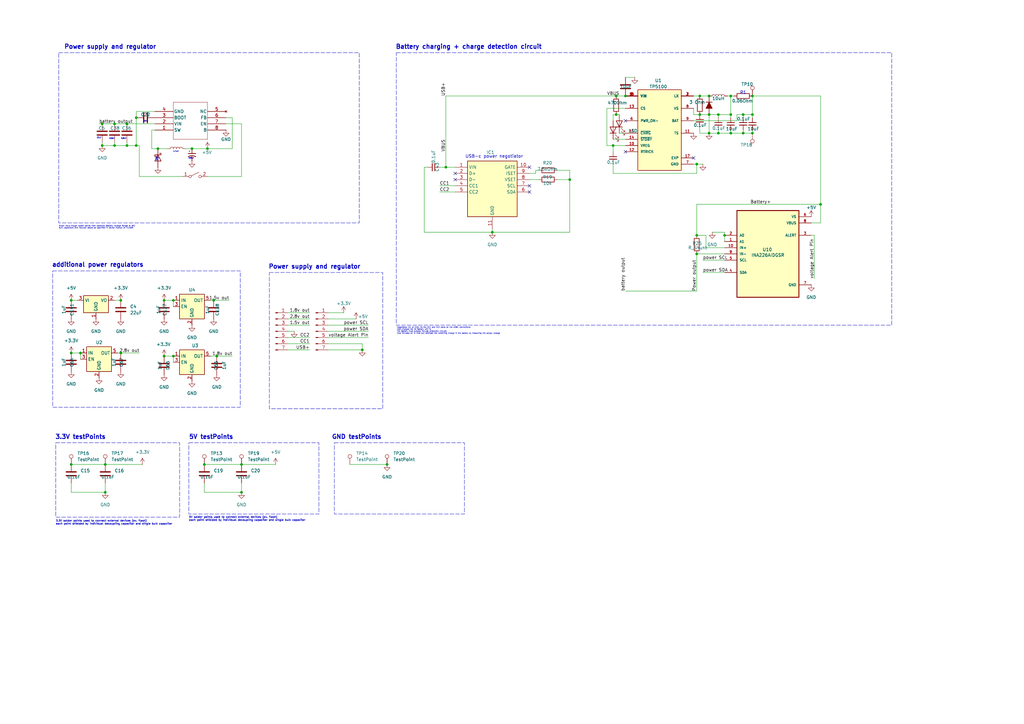
<source format=kicad_sch>
(kicad_sch (version 20250114) (generator "eeschema") (generator_version "9.0")
  (paper "A3")
  (title_block (title "powerPCB") (date "2025-03-2") (company "merged.camera"))
  (rectangle (start 110.49 111.76) (end 156.972 167.64) (stroke (width 0) (type dash)))
  (rectangle (start 162.56 21.59) (end 365.76 133.35) (stroke (width 0) (type dash)))
  (rectangle (start 137.16 181.61) (end 190.5 210.82) (stroke (width 0) (type dash)))
  (rectangle (start 24.13 21.59) (end 147.32 91.44) (stroke (width 0) (type dash)))
  (rectangle (start 21.59 111.125) (end 98.552 167.005) (stroke (width 0) (type dash)))
  (rectangle (start 77.47 181.61) (end 130.81 210.82) (stroke (width 0) (type dash)))
  (rectangle (start 22.86 181.61) (end 73.66 212.09) (stroke (width 0) (type dash)))
  (text "60v\n5A" (at 64.516 65.278 0) (effects (font (size 0.508 0.508))))
  (text "10nF" (at 59.69 49.784 0) (effects (font (size 0.508 0.508))))
  (text "6.8uF" (at 50.8 56.896 0) (effects (font (size 0.508 0.508))))
  (text "R1\n" (at 304.8 38.1 0) (effects (font (size 1.27 1.27))))
  (text "5V testPoints\n" (at 86.614 179.324 0) (effects (font (size 1.778 1.778) (thickness 0.3556) (bold yes))))
  (text "Negotiates 12v at 2.5A via the CC1 and CC2 ports on the USBC connections\nthen charges the 2s Battery with it.\nThe Battery must already include protection circuits\nAlso includes an IC that can esitmate the remaining charge in the battery by messuring the output voltage\n" (at 162.814 135.636 0) (effects (font (size 0.508 0.508) (thickness 0.0635)) (justify left)))
  (text "GND testPoints\n" (at 146.304 179.324 0) (effects (font (size 1.778 1.778) (thickness 0.3556) (bold yes))))
  (text "4.7uH\n" (at 72.136 62.23 0) (effects (font (size 0.508 0.508))))
  (text "6.8uF" (at 45.974 56.896 0) (effects (font (size 0.508 0.508))))
  (text "3.3V testPoints" (at 33.02 179.324 0) (effects (font (size 1.778 1.778) (thickness 0.3556) (bold yes))))
  (text "22uF" (at 40.64 56.642 0) (effects (font (size 0.508 0.508))))
  (text "USB-c power negotiator\n" (at 202.692 64.262 0) (effects (font (size 1.27 1.27))))
  (text "Power input though solder points from batteries (Battery Voltage Range: 6-9V)\nBulk capacitors and Inductor added as specified in device manual of XL1509" (at 24.13 93.218 0) (effects (font (size 0.508 0.508) (thickness 0.0635)) (justify left)))
  (text "3.3V solder points used to connect external devices (ex. flash)\neach point shielded by individual decoupling capacitor and single bulk capacitor" (at 22.86 214.376 0) (effects (font (size 0.762 0.762)) (justify left)))
  (text "additional power regulators" (at 40.132 108.712 0) (effects (font (size 1.778 1.778) (thickness 0.3556) (bold yes))))
  (text "180uF\n" (at 78.486 65.024 0) (effects (font (size 0.508 0.508))))
  (text "Battery charging + charge detection circuit" (at 192.278 19.304 0) (effects (font (size 1.778 1.778) (thickness 0.3556) (bold yes))))
  (text "5V solder points used to connect external devices (ex. flash)\neach point shielded by individual decoupling capacitor and single bulk capacitor" (at 77.47 212.852 0) (effects (font (size 0.762 0.762)) (justify left)))
  (text "Power supply and regulator" (at 45.212 19.304 0) (effects (font (size 1.778 1.778) (thickness 0.3556) (bold yes))))
  (text "Power supply and regulator" (at 129.032 109.474 0) (effects (font (size 1.778 1.778) (thickness 0.3556) (bold yes))))
  (junction (at 88.9 146.05))
  (junction (at 294.64 54.61))
  (junction (at 287.02 39.37))
  (junction (at 158.75 190.5))
  (junction (at 290.83 54.61))
  (junction (at 55.88 48.26))
  (junction (at 308.61 46.99))
  (junction (at 87.63 123.19))
  (junction (at 299.72 46.99))
  (junction (at 49.53 123.19))
  (junction (at 336.55 83.82))
  (junction (at 49.53 144.78))
  (junction (at 308.61 54.61))
  (junction (at 304.8 46.99))
  (junction (at 71.12 146.05))
  (junction (at 290.83 39.37))
  (junction (at 285.75 67.31))
  (junction (at 64.77 60.96))
  (junction (at 33.02 144.78))
  (junction (at 71.12 123.19))
  (junction (at 99.06 201.93))
  (junction (at 304.8 54.61))
  (junction (at 46.99 59.69))
  (junction (at 308.61 39.37))
  (junction (at 299.72 39.37))
  (junction (at 43.18 201.93))
  (junction (at 52.07 59.69))
  (junction (at 201.93 95.25))
  (junction (at 233.68 73.66))
  (junction (at 29.21 123.19))
  (junction (at 29.21 144.78))
  (junction (at 287.02 46.99))
  (junction (at 290.83 46.99))
  (junction (at 43.18 190.5))
  (junction (at 67.31 123.19))
  (junction (at 83.82 190.5))
  (junction (at 67.31 146.05))
  (junction (at 256.54 39.37))
  (junction (at 85.09 60.96))
  (junction (at 182.88 68.58))
  (junction (at 252.73 39.37))
  (junction (at 148.59 143.51))
  (junction (at 29.21 190.5))
  (junction (at 297.18 96.52))
  (junction (at 55.88 59.69))
  (junction (at 251.46 59.69))
  (junction (at 285.75 96.52))
  (junction (at 294.64 46.99))
  (junction (at 252.73 46.99))
  (junction (at 99.06 190.5))
  (junction (at 285.75 104.14))
  (junction (at 41.91 59.69))
  (junction (at 46.99 50.8))
  (junction (at 299.72 54.61))
  (junction (at 78.74 60.96))
  (junction (at 41.91 50.8))
  (junction (at 52.07 50.8))
  (no_connect (at 186.69 73.66))
  (no_connect (at 284.48 64.77))
  (no_connect (at 186.69 71.12))
  (no_connect (at 217.17 76.2))
  (no_connect (at 217.17 68.58))
  (no_connect (at 217.17 78.74))
  (no_connect (at 256.54 62.23))
  (no_connect (at 256.54 49.53))
  (wire (pts (xy 99.06 50.8) (xy 99.06 72.39)))
  (wire (pts (xy 52.07 50.8) (xy 63.5 50.8)))
  (wire (pts (xy 134.62 143.51) (xy 148.59 143.51)))
  (wire (pts (xy 67.31 123.19) (xy 71.12 123.19)))
  (wire (pts (xy 48.26 144.78) (xy 49.53 144.78)))
  (wire (pts (xy 143.51 190.5) (xy 158.75 190.5)))
  (wire (pts (xy 33.02 144.78) (xy 33.02 147.32)))
  (wire (pts (xy 55.88 45.72) (xy 63.5 45.72)))
  (wire (pts (xy 251.46 71.12) (xy 285.75 71.12)))
  (wire (pts (xy 85.09 60.96) (xy 95.25 60.96)))
  (wire (pts (xy 251.46 46.99) (xy 252.73 46.99)))
  (wire (pts (xy 252.73 39.37) (xy 256.54 39.37)))
  (wire (pts (xy 86.36 146.05) (xy 88.9 146.05)))
  (wire (pts (xy 43.18 198.12) (xy 43.18 201.93)))
  (wire (pts (xy 99.06 198.12) (xy 99.06 201.93)))
  (wire (pts (xy 173.99 68.58) (xy 173.99 95.25)))
  (wire (pts (xy 294.64 46.99) (xy 294.64 48.26)))
  (wire (pts (xy 285.75 67.31) (xy 285.75 71.12)))
  (wire (pts (xy 299.72 39.37) (xy 300.99 39.37)))
  (wire (pts (xy 219.71 71.12) (xy 219.71 69.85)))
  (wire (pts (xy 41.91 58.42) (xy 41.91 59.69)))
  (wire (pts (xy 118.11 135.89) (xy 120.65 135.89)))
  (wire (pts (xy 308.61 39.37) (xy 308.61 46.99)))
  (wire (pts (xy 304.8 46.99) (xy 302.26 46.99)))
  (wire (pts (xy 182.88 68.58) (xy 180.34 68.58)))
  (wire (pts (xy 127 140.97) (xy 118.11 140.97)))
  (wire (pts (xy 41.91 59.69) (xy 46.99 59.69)))
  (wire (pts (xy 288.29 111.76) (xy 297.18 111.76)))
  (wire (pts (xy 251.46 49.53) (xy 251.46 46.99)))
  (wire (pts (xy 308.61 39.37) (xy 336.55 39.37)))
  (wire (pts (xy 86.36 123.19) (xy 87.63 123.19)))
  (wire (pts (xy 302.26 46.99) (xy 302.26 49.53)))
  (wire (pts (xy 287.02 52.07) (xy 287.02 54.61)))
  (wire (pts (xy 55.88 59.69) (xy 52.07 59.69)))
  (wire (pts (xy 92.71 48.26) (xy 95.25 48.26)))
  (wire (pts (xy 57.15 72.39) (xy 57.15 59.69)))
  (wire (pts (xy 260.35 31.75) (xy 256.54 31.75)))
  (wire (pts (xy 83.82 190.5) (xy 99.06 190.5)))
  (wire (pts (xy 134.62 140.97) (xy 148.59 140.97)))
  (wire (pts (xy 134.62 130.81) (xy 146.05 130.81)))
  (wire (pts (xy 43.18 190.5) (xy 58.42 190.5)))
  (wire (pts (xy 288.29 67.31) (xy 285.75 67.31)))
  (wire (pts (xy 334.01 96.52) (xy 332.74 96.52)))
  (wire (pts (xy 62.23 53.34) (xy 62.23 60.96)))
  (wire (pts (xy 287.02 46.99) (xy 290.83 46.99)))
  (wire (pts (xy 49.53 144.78) (xy 57.15 144.78)))
  (wire (pts (xy 285.75 119.38) (xy 285.75 104.14)))
  (wire (pts (xy 289.56 96.52) (xy 285.75 96.52)))
  (wire (pts (xy 304.8 46.99) (xy 308.61 46.99)))
  (wire (pts (xy 182.88 39.37) (xy 252.73 39.37)))
  (wire (pts (xy 233.68 69.85) (xy 233.68 73.66)))
  (wire (pts (xy 67.31 146.05) (xy 71.12 146.05)))
  (wire (pts (xy 289.56 96.52) (xy 289.56 101.6)))
  (wire (pts (xy 292.1 95.25) (xy 297.18 95.25)))
  (wire (pts (xy 298.45 39.37) (xy 299.72 39.37)))
  (wire (pts (xy 308.61 46.99) (xy 308.61 48.26)))
  (wire (pts (xy 148.59 140.97) (xy 148.59 143.51)))
  (wire (pts (xy 251.46 57.15) (xy 256.54 57.15)))
  (wire (pts (xy 304.8 46.99) (xy 304.8 48.26)))
  (wire (pts (xy 233.68 73.66) (xy 233.68 95.25)))
  (wire (pts (xy 252.73 46.99) (xy 254 46.99)))
  (wire (pts (xy 62.23 53.34) (xy 63.5 53.34)))
  (wire (pts (xy 332.74 91.44) (xy 336.55 91.44)))
  (wire (pts (xy 173.99 68.58) (xy 175.26 68.58)))
  (wire (pts (xy 127 143.51) (xy 118.11 143.51)))
  (wire (pts (xy 285.75 104.14) (xy 297.18 104.14)))
  (wire (pts (xy 46.99 123.19) (xy 49.53 123.19)))
  (wire (pts (xy 297.18 96.52) (xy 297.18 99.06)))
  (wire (pts (xy 220.98 73.66) (xy 217.17 73.66)))
  (wire (pts (xy 299.72 53.34) (xy 299.72 54.61)))
  (wire (pts (xy 251.46 59.69) (xy 248.92 59.69)))
  (wire (pts (xy 284.48 46.99) (xy 287.02 46.99)))
  (wire (pts (xy 256.54 59.69) (xy 251.46 59.69)))
  (wire (pts (xy 76.2 60.96) (xy 78.74 60.96)))
  (wire (pts (xy 88.9 146.05) (xy 95.25 146.05)))
  (wire (pts (xy 29.21 198.12) (xy 29.21 201.93)))
  (wire (pts (xy 294.64 53.34) (xy 294.64 54.61)))
  (wire (pts (xy 248.92 59.69) (xy 248.92 44.45)))
  (wire (pts (xy 29.21 190.5) (xy 43.18 190.5)))
  (wire (pts (xy 92.71 50.8) (xy 99.06 50.8)))
  (wire (pts (xy 46.99 50.8) (xy 52.07 50.8)))
  (wire (pts (xy 287.02 39.37) (xy 290.83 39.37)))
  (wire (pts (xy 182.88 68.58) (xy 186.69 68.58)))
  (wire (pts (xy 87.63 123.19) (xy 93.98 123.19)))
  (wire (pts (xy 284.48 39.37) (xy 287.02 39.37)))
  (wire (pts (xy 304.8 53.34) (xy 304.8 54.61)))
  (wire (pts (xy 180.34 78.74) (xy 186.69 78.74)))
  (wire (pts (xy 297.18 95.25) (xy 297.18 96.52)))
  (wire (pts (xy 127 133.35) (xy 118.11 133.35)))
  (wire (pts (xy 29.21 201.93) (xy 43.18 201.93)))
  (wire (pts (xy 251.46 71.12) (xy 251.46 67.31)))
  (wire (pts (xy 173.99 95.25) (xy 201.93 95.25)))
  (wire (pts (xy 62.23 60.96) (xy 64.77 60.96)))
  (wire (pts (xy 29.21 144.78) (xy 33.02 144.78)))
  (wire (pts (xy 256.54 119.38) (xy 285.75 119.38)))
  (wire (pts (xy 99.06 201.93) (xy 83.82 201.93)))
  (wire (pts (xy 29.21 123.19) (xy 31.75 123.19)))
  (wire (pts (xy 201.93 95.25) (xy 233.68 95.25)))
  (wire (pts (xy 83.82 198.12) (xy 83.82 201.93)))
  (wire (pts (xy 219.71 69.85) (xy 220.98 69.85)))
  (wire (pts (xy 201.93 93.98) (xy 201.93 95.25)))
  (wire (pts (xy 308.61 53.34) (xy 308.61 54.61)))
  (wire (pts (xy 254 54.61) (xy 256.54 54.61)))
  (wire (pts (xy 290.83 46.99) (xy 290.83 54.61)))
  (wire (pts (xy 95.25 60.96) (xy 95.25 48.26)))
  (wire (pts (xy 182.88 39.37) (xy 182.88 68.58)))
  (wire (pts (xy 336.55 91.44) (xy 336.55 83.82)))
  (wire (pts (xy 334.01 114.3) (xy 334.01 96.52)))
  (wire (pts (xy 55.88 48.26) (xy 55.88 59.69)))
  (wire (pts (xy 299.72 54.61) (xy 304.8 54.61)))
  (wire (pts (xy 228.6 69.85) (xy 233.68 69.85)))
  (wire (pts (xy 285.75 83.82) (xy 336.55 83.82)))
  (wire (pts (xy 288.29 106.68) (xy 297.18 106.68)))
  (wire (pts (xy 40.64 50.8) (xy 41.91 50.8)))
  (wire (pts (xy 304.8 54.61) (xy 308.61 54.61)))
  (wire (pts (xy 71.12 123.19) (xy 71.12 125.73)))
  (wire (pts (xy 127 128.27) (xy 118.11 128.27)))
  (wire (pts (xy 71.12 146.05) (xy 71.12 148.59)))
  (wire (pts (xy 299.72 46.99) (xy 299.72 48.26)))
  (wire (pts (xy 217.17 71.12) (xy 219.71 71.12)))
  (wire (pts (xy 127 130.81) (xy 118.11 130.81)))
  (wire (pts (xy 285.75 67.31) (xy 284.48 67.31)))
  (wire (pts (xy 294.64 54.61) (xy 299.72 54.61)))
  (wire (pts (xy 336.55 39.37) (xy 336.55 83.82)))
  (wire (pts (xy 228.6 73.66) (xy 233.68 73.66)))
  (wire (pts (xy 299.72 39.37) (xy 299.72 46.99)))
  (wire (pts (xy 151.13 133.35) (xy 134.62 133.35)))
  (wire (pts (xy 140.97 128.27) (xy 134.62 128.27)))
  (wire (pts (xy 127 138.43) (xy 118.11 138.43)))
  (wire (pts (xy 285.75 83.82) (xy 285.75 96.52)))
  (wire (pts (xy 302.26 49.53) (xy 284.48 49.53)))
  (wire (pts (xy 57.15 59.69) (xy 55.88 59.69)))
  (wire (pts (xy 46.99 59.69) (xy 52.07 59.69)))
  (wire (pts (xy 52.07 58.42) (xy 52.07 59.69)))
  (wire (pts (xy 46.99 58.42) (xy 46.99 59.69)))
  (wire (pts (xy 251.46 62.23) (xy 251.46 59.69)))
  (wire (pts (xy 78.74 60.96) (xy 85.09 60.96)))
  (wire (pts (xy 55.88 45.72) (xy 55.88 48.26)))
  (wire (pts (xy 290.83 46.99) (xy 294.64 46.99)))
  (wire (pts (xy 180.34 76.2) (xy 186.69 76.2)))
  (wire (pts (xy 294.64 46.99) (xy 299.72 46.99)))
  (wire (pts (xy 290.83 54.61) (xy 294.64 54.61)))
  (wire (pts (xy 151.13 138.43) (xy 134.62 138.43)))
  (wire (pts (xy 57.15 72.39) (xy 74.93 72.39)))
  (wire (pts (xy 99.06 190.5) (xy 113.03 190.5)))
  (wire (pts (xy 41.91 50.8) (xy 46.99 50.8)))
  (wire (pts (xy 284.48 46.99) (xy 284.48 44.45)))
  (wire (pts (xy 64.77 60.96) (xy 68.58 60.96)))
  (wire (pts (xy 151.13 135.89) (xy 134.62 135.89)))
  (wire (pts (xy 85.09 72.39) (xy 99.06 72.39)))
  (wire (pts (xy 248.92 44.45) (xy 256.54 44.45)))
  (wire (pts (xy 297.18 101.6) (xy 289.56 101.6)))
  (wire (pts (xy 287.02 54.61) (xy 290.83 54.61)))
  (label "power SDA" (at 151.13 135.89 180))
  (label "power SCL" (at 288.29 106.68 0))
  (label "1.5v out" (at 93.98 123.19 180))
  (label "battery output" (at 256.54 119.38 90))
  (label "VBUS" (at 248.92 39.37 0))
  (label "Power output" (at 285.75 119.38 90))
  (label "voltage Alert Pin" (at 151.13 138.43 180))
  (label "CC1" (at 180.34 76.2 0))
  (label "1.8v out" (at 95.25 146.05 180))
  (label "power SCL" (at 151.13 133.35 180))
  (label "USB+" (at 182.88 39.37 90))
  (label "1.8v out" (at 127 128.27 180))
  (label "2.8v out" (at 57.15 144.78 180))
  (label "2.8v out" (at 127 130.81 180))
  (label "voltage Alert Pin" (at 334.01 114.3 90))
  (label "Battery+" (at 316.23 83.82 180))
  (label "USB+" (at 127 143.51 180))
  (label "VBUS" (at 182.88 62.23 90))
  (label "CC2" (at 127 138.43 180))
  (label "battery output" (at 40.64 50.8 0))
  (label "1.5v out" (at 127 133.35 180))
  (label "CC1" (at 127 140.97 180))
  (label "CC2" (at 180.34 78.74 0))
  (label "power SDA" (at 288.29 111.76 0))
  (symbol (lib_id "Device:R") (at 252.73 43.18 0) (unit 1)
    (property "Reference" "R23" (effects (hide yes)))
    (property "Value" "470Ohm" (at 249.174 42.164 0) (effects (justify left)))
    (property "Footprint" "Resistor_SMD:R_0603_1608Metric" (effects (hide yes)))
    (property "Description" "Resistor" (effects (hide yes)))
    (property "LCSC Part #" "C114669" (effects (hide yes)))
    (property "description/value" "470ohm resistor" (effects (hide yes)))
    (property "manufacturer part #" "RC0603FR-07470RL" (effects (hide yes)))
    (property "part link" "https://www.lcsc.com/product-detail/Chip-Resistor-Surface-Mount_YAGEO-RC0603FR-07470RL_C114669.html?s_z=n_resistor" (effects (hide yes)))
    (property "supplier" "LCSC" (effects (hide yes)))
    (property "type" "SMD" (effects (hide yes)))
  )
  (symbol (lib_id "Device:C") (at 83.82 194.31 0) (unit 1)
    (property "Reference" "C19" (at 87.63 193.0399 0) (effects (justify left)))
    (property "Value" "0.1uF" (at 87.63 195.5799 0) (effects (justify right)))
    (property "Footprint" "Capacitor_SMD:C_0402_1005Metric" (effects (hide yes)))
    (property "Description" "Unpolarized capacitor, small symbol" (effects (hide yes)))
    (property "LCSC Part #" "C1525" (effects (hide yes)))
    (property "description/value" "0.1uF / decoupling cap" (effects (hide yes)))
    (property "manufacturer part #" "CL05B104KO5NNNC" (effects (hide yes)))
    (property "package/footprint" "0402" (effects (hide yes)))
    (property "part link" "https://www.lcsc.com/product-detail/Multilayer-Ceramic-Capacitors-MLCC-SMD-SMT_Samsung-Electro-Mechanics-CL05B104KO5NNNC_C1525.html?s_z=n_0.1%2520uF%2520capacitor" (effects (hide yes)))
    (property "supplier" "LCSC" (effects (hide yes)))
  )
  (symbol (lib_id "Connector:TestPoint") (at 29.21 190.5 0) (unit 1) (in_bom no)
    (property "Reference" "TP16" (at 31.75 185.9279 0) (effects (justify left)))
    (property "Value" "TestPoint" (at 31.75 188.4679 0) (effects (justify left)))
    (property "Footprint" "TestPoint:TestPoint_Pad_D2.0mm" (effects (hide yes)))
    (property "Description" "test point" (effects (hide yes)))
  )
  (symbol (lib_id "power:GND") (at 41.91 59.69 0) (unit 1)
    (property "Reference" "#PWR04" (effects (hide yes)))
    (property "Value" "GND" (at 41.91 64.77 0))
    (property "Description" "Power symbol creates a global label with name \"GND\" , ground" (effects (hide yes)))
  )
  (symbol (lib_id "power:+3.3V") (at 67.31 123.19 0) (unit 1)
    (property "Reference" "#PWR0125" (effects (hide yes)))
    (property "Value" "+3.3V" (at 67.31 118.11 0))
    (property "Description" "Power symbol creates a global label with name \"+3.3V\"" (effects (hide yes)))
  )
  (symbol (lib_id "power:+3.3V") (at 49.53 123.19 0) (unit 1)
    (property "Reference" "#PWR0246" (effects (hide yes)))
    (property "Value" "+3.3V" (at 49.53 118.11 0))
    (property "Description" "Power symbol creates a global label with name \"+3.3V\"" (effects (hide yes)))
  )
  (symbol (lib_id "power:+5V") (at 146.05 130.81 0) (unit 1)
    (property "Reference" "#PWR08" (effects (hide yes)))
    (property "Value" "+5V" (at 148.844 129.794 0))
    (property "Description" "Power symbol creates a global label with name \"+5V\"" (effects (hide yes)))
  )
  (symbol (lib_id "Device:L") (at 72.39 60.96 90) (unit 1)
    (property "Reference" "L1" (effects (hide yes)))
    (property "Value" "4.7uH inductor" (effects (hide yes)))
    (property "Footprint" "Inductor_SMD:L_APV_APH0530" (effects (hide yes)))
    (property "Description" "Inductor" (effects (hide yes)))
    (property "LCSC Part #" "C325964" (effects (hide yes)))
    (property "description/value" "4.7uH Inductor" (effects (hide yes)))
    (property "manufacturer part #" "SLO0530H4R7MTT" (effects (hide yes)))
    (property "package/footprint" "L_APV_APH0530" (effects (hide yes)))
    (property "part link" "https://www.lcsc.com/product-detail/Power-Inductors_Sunltech-Tech-SLO0530H4R7MTT_C325964.html?s_z=n_4.7uH" (effects (hide yes)))
    (property "supplier" "LCSC" (effects (hide yes)))
    (property "type" "SMD" (effects (hide yes)))
  )
  (symbol (lib_id "power:GND") (at 67.31 130.81 0) (unit 1)
    (property "Reference" "#PWR0126" (effects (hide yes)))
    (property "Value" "GND" (at 67.31 135.89 0))
    (property "Description" "Power symbol creates a global label with name \"GND\" , ground" (effects (hide yes)))
  )
  (symbol (lib_id "Device:C") (at 49.53 148.59 180) (unit 1)
    (property "Reference" "C67" (at 49.784 148.59 90))
    (property "Value" "1uF" (at 46.736 148.59 90))
    (property "Footprint" "Capacitor_SMD:C_0805_2012Metric" (effects (hide yes)))
    (property "Description" "Unpolarized capacitor, small symbol" (effects (hide yes)))
    (property "LCSC Part #" "C28323" (effects (hide yes)))
    (property "description/value" "1uF unpolarized capacitor" (effects (hide yes)))
    (property "manufacturer part #" "CL21B105KBFNNNE" (effects (hide yes)))
    (property "package/footprint" "0805" (effects (hide yes)))
    (property "part link" "https://lcsc.com/product-detail/Multilayer-Ceramic-Capacitors-MLCC-SMD-SMT_Samsung-Electro-Mechanics-CL21B105KBFNNNE_C28323.html?s_z=n_1uf" (effects (hide yes)))
    (property "supplier" "LCSC" (effects (hide yes)))
    (property "type" "SMD" (effects (hide yes)))
  )
  (symbol (lib_id "Connector:TestPoint") (at 43.18 190.5 0) (unit 1) (in_bom no)
    (property "Reference" "TP17" (at 45.72 185.9279 0) (effects (justify left)))
    (property "Value" "TestPoint" (at 45.72 188.4679 0) (effects (justify left)))
    (property "Footprint" "TestPoint:TestPoint_Pad_D2.0mm" (effects (hide yes)))
    (property "Description" "test point" (effects (hide yes)))
  )
  (symbol (lib_id "Device:R") (at 285.75 100.33 0) (mirror y) (unit 1)
    (property "Reference" "R25" (at 283.972 99.822 0) (effects (justify right)))
    (property "Value" "R_Shunt" (at 282.194 101.6 0) (effects (justify right)))
    (property "Footprint" "Resistor_SMD:R_2512_6332Metric" (effects (hide yes)))
    (property "Description" "Shunt resistor" (effects (hide yes)))
    (property "LCSC Part #" "C5375467" (effects (hide yes)))
    (property "description/value" "shunt resistor 20mOhm" (effects (hide yes)))
    (property "manufacturer part #" "Milliohm HoYLR2512-3W-20mR-1%" (effects (hide yes)))
    (property "package/footprint" "R_Shunt_Vishay_WSK2512_6332Metric_T1.19mm" (effects (hide yes)))
    (property "part link" "https://www.lcsc.com/product-detail/Current-Sense-Resistors-Shunt-Resistors_Milliohm-HoYLR2512-3W-20mR-1_C5375467.html?s_z=n_shunt" (effects (hide yes)))
    (property "supplier" "LCSC" (effects (hide yes)))
    (property "type" "SMD" (effects (hide yes)))
  )
  (symbol (lib_id "Device:D_Filled") (at 290.83 43.18 270) (unit 1)
    (property "Reference" "D5" (effects (hide yes)))
    (property "Value" "D_Filled" (effects (hide yes)))
    (property "Footprint" "Diode_SMD:D_SMA" (effects (hide yes)))
    (property "Description" "Diode, filled shape" (effects (hide yes)))
    (property "Sim.Device" "D" (effects (hide yes)))
    (property "Sim.Pins" "1=K 2=A" (effects (hide yes)))
    (property "LCSC Part #" "C8678" (effects (hide yes)))
    (property "description/value" "diode" (effects (hide yes)))
    (property "manufacturer part #" "SS34" (effects (hide yes)))
    (property "package/footprint" "D_SMA" (effects (hide yes)))
    (property "part link" "https://www.lcsc.com/product-detail/Schottky-Diodes_MDD-Microdiode-Semiconductor-SS34_C8678.html?s_z=n_ss34" (effects (hide yes)))
    (property "supplier" "LCSC" (effects (hide yes)))
    (property "type" "SMD" (effects (hide yes)))
  )
  (symbol (lib_id "Device:C_Small") (at 287.02 49.53 0) (unit 1)
    (property "Reference" "C12" (effects (hide yes)))
    (property "Value" "0.1uF" (at 284.48 51.308 0) (effects (justify left)))
    (property "Footprint" "Capacitor_SMD:C_0402_1005Metric" (effects (hide yes)))
    (property "Description" "Unpolarized capacitor, small symbol" (effects (hide yes)))
    (property "LCSC Part #" "C1525" (effects (hide yes)))
    (property "description/value" "0.1uF / decoupling ca" (effects (hide yes)))
    (property "manufacturer part #" "CL05B104KO5NNNC" (effects (hide yes)))
    (property "package/footprint" "0402" (effects (hide yes)))
    (property "part link" "https://www.lcsc.com/product-detail/Multilayer-Ceramic-Capacitors-MLCC-SMD-SMT_Samsung-Electro-Mechanics-CL05B104KO5NNNC_C1525.html?s_z=n_0.1%2520uF%2520capacitor" (effects (hide yes)))
    (property "supplier" "LCSC" (effects (hide yes)))
    (property "type" "SMD" (effects (hide yes)))
  )
  (symbol (lib_id "power:GND") (at 290.83 54.61 0) (unit 1)
    (property "Reference" "#PWR0107" (effects (hide yes)))
    (property "Value" "GND" (effects (hide yes)))
    (property "Description" "Power symbol creates a global label with name \"GND\" , ground" (effects (hide yes)))
  )
  (symbol (lib_id "Device:C") (at 41.91 54.61 0) (unit 1)
    (property "Reference" "C5" (at 40.386 52.578 0) (effects (justify left)))
    (property "Value" "22uF" (effects (hide yes)))
    (property "Footprint" "Capacitor_SMD:C_0805_2012Metric" (effects (hide yes)))
    (property "description/value" "22uF cap" (effects (hide yes)))
    (property "instructions/notes" "22uF cap" (effects (hide yes)))
    (property "manufacturer part #" "CL21A226MAYNNNE" (effects (hide yes)))
    (property "package/footprint" "0805" (effects (hide yes)))
    (property "part link" "https://lcsc.com/product-detail/Multilayer-Ceramic-Capacitors-MLCC-SMD-SMT_Samsung-Electro-Mechanics-CL21A226MAYNNNE_C602037.html?s_z=n_22uF" (effects (hide yes)))
    (property "supplier" "LCSC" (effects (hide yes)))
    (property "LCSC Part #" "C602037" (effects (hide yes)))
  )
  (symbol (lib_id "Device:C") (at 29.21 148.59 180) (unit 1)
    (property "Reference" "C64" (at 29.464 148.59 90))
    (property "Value" "1uF" (at 26.162 148.59 90))
    (property "Footprint" "Capacitor_SMD:C_0805_2012Metric" (effects (hide yes)))
    (property "Description" "Unpolarized capacitor, small symbol" (effects (hide yes)))
    (property "LCSC Part #" "C28323" (effects (hide yes)))
    (property "description/value" "1uF unpolarized capacitor" (effects (hide yes)))
    (property "manufacturer part #" "CL21B105KBFNNNE" (effects (hide yes)))
    (property "package/footprint" "0805" (effects (hide yes)))
    (property "part link" "https://lcsc.com/product-detail/Multilayer-Ceramic-Capacitors-MLCC-SMD-SMT_Samsung-Electro-Mechanics-CL21B105KBFNNNE_C28323.html?s_z=n_1uf" (effects (hide yes)))
    (property "supplier" "LCSC" (effects (hide yes)))
    (property "type" "SMD" (effects (hide yes)))
  )
  (symbol (lib_id "power:GND") (at 92.71 53.34 0) (unit 1)
    (property "Reference" "#PWR039" (effects (hide yes)))
    (property "Value" "GND" (at 92.71 57.15 0))
    (property "Description" "Power symbol creates a global label with name \"GND\" , ground" (effects (hide yes)))
  )
  (symbol (lib_id "power:GND") (at 43.18 201.93 0) (unit 1)
    (property "Reference" "#PWR06" (effects (hide yes)))
    (property "Value" "GND" (at 43.18 207.01 0))
    (property "Description" "Power symbol creates a global label with name \"GND\" , ground" (effects (hide yes)))
  )
  (symbol (lib_id "Device:C") (at 46.99 54.61 0) (unit 1)
    (property "Reference" "C38" (at 45.212 52.578 0) (effects (justify left)))
    (property "Value" "6.8uF" (effects (hide yes)))
    (property "Footprint" "Capacitor_SMD:C_0603_1608Metric" (effects (hide yes)))
    (property "Description" "Unpolarized capacitor" (effects (hide yes)))
    (property "LCSC Part #" "C338096" (effects (hide yes)))
    (property "description/value" "6.8uF" (effects (hide yes)))
    (property "manufacturer part #" "C1608X5R1A685KT000E" (effects (hide yes)))
    (property "package/footprint" "0603" (effects (hide yes)))
    (property "part link" "https://www.lcsc.com/product-detail/Multilayer-Ceramic-Capacitors-MLCC-SMD-SMT_TDK-C1608X5R1A685KT000E_C338096.html?s_z=n_6.8uf%2520capacitor" (effects (hide yes)))
    (property "supplier" "LCSC" (effects (hide yes)))
    (property "type" "SMD" (effects (hide yes)))
  )
  (symbol (lib_id "Device:C") (at 67.31 127 180) (unit 1)
    (property "Reference" "C137" (at 67.564 127 90))
    (property "Value" "1uF" (at 65.024 127 90))
    (property "Footprint" "Capacitor_SMD:C_0805_2012Metric" (effects (hide yes)))
    (property "Description" "Unpolarized capacitor, small symbol" (effects (hide yes)))
    (property "LCSC Part #" "C28323" (effects (hide yes)))
    (property "description/value" "1uF unpolarized capacitor" (effects (hide yes)))
    (property "manufacturer part #" "CL21B105KBFNNNE" (effects (hide yes)))
    (property "package/footprint" "0805" (effects (hide yes)))
    (property "part link" "https://lcsc.com/product-detail/Multilayer-Ceramic-Capacitors-MLCC-SMD-SMT_Samsung-Electro-Mechanics-CL21B105KBFNNNE_C28323.html?s_z=n_1uf" (effects (hide yes)))
    (property "supplier" "LCSC" (effects (hide yes)))
    (property "type" "SMD" (effects (hide yes)))
  )
  (symbol (lib_id "Device:LED") (at 251.46 53.34 90) (unit 1)
    (property "Reference" "D6" (effects (hide yes)))
    (property "Value" "LED" (effects (hide yes)))
    (property "Footprint" "LED_SMD:LED_0805_2012Metric" (effects (hide yes)))
    (property "Description" "Light emitting diode" (effects (hide yes)))
    (property "Sim.Pins" "1=K 2=A" (effects (hide yes)))
    (property "LCSC Part #" "C84260" (effects (hide yes)))
    (property "description/value" "green LED" (effects (hide yes)))
    (property "manufacturer part #" "NCD0805G1" (effects (hide yes)))
    (property "package/footprint" "0805" (effects (hide yes)))
    (property "part link" "https://www.lcsc.com/product-detail/LED-Indication-Discrete_Foshan-NationStar-Optoelectronics-NCD0805G1_C84260.html?s_z=n_LED%2520green" (effects (hide yes)))
    (property "supplier" "LCSC" (effects (hide yes)))
    (property "type" "SMD" (effects (hide yes)))
  )
  (symbol (lib_id "Connector:TestPoint") (at 143.51 190.5 0) (unit 1) (in_bom no)
    (property "Reference" "TP14" (at 146.05 185.9279 0) (effects (justify left)))
    (property "Value" "TestPoint" (at 146.05 188.4679 0) (effects (justify left)))
    (property "Footprint" "TestPoint:TestPoint_Pad_D2.0mm" (effects (hide yes)))
    (property "Description" "test point" (effects (hide yes)))
  )
  (symbol (lib_id "power:GND") (at 87.63 130.81 0) (unit 1)
    (property "Reference" "#PWR0128" (effects (hide yes)))
    (property "Value" "GND" (at 87.63 135.89 0))
    (property "Description" "Power symbol creates a global label with name \"GND\" , ground" (effects (hide yes)))
  )
  (symbol (lib_id "power:GND") (at 49.53 130.81 0) (unit 1)
    (property "Reference" "#PWR0245" (effects (hide yes)))
    (property "Value" "GND" (at 49.53 135.89 0))
    (property "Description" "Power symbol creates a global label with name \"GND\" , ground" (effects (hide yes)))
  )
  (symbol (lib_id "Device:L") (at 294.64 39.37 270) (mirror x) (unit 1)
    (property "Reference" "L2" (effects (hide yes)))
    (property "Value" "10uH" (at 294.64 40.386 90))
    (property "Footprint" "Inductor_SMD:L_Changjiang_FXL0630" (effects (hide yes)))
    (property "Description" "Inductor" (effects (hide yes)))
    (property "LCSC Part #" "C167223" (effects (hide yes)))
    (property "description/value" "10uH inductor" (effects (hide yes)))
    (property "manufacturer part #" "FXL0630-100-M" (effects (hide yes)))
    (property "package/footprint" "L_Changjiang_FXL0630" (effects (hide yes)))
    (property "part link" "https://www.lcsc.com/product-detail/Power-Inductors_cjiang-Changjiang-Microelectronics-Tech-FXL0630-100-M_C167223.html?s_z=n_C167223" (effects (hide yes)))
    (property "supplier" "LCSC" (effects (hide yes)))
    (property "type" "SMD" (effects (hide yes)))
  )
  (symbol (lib_id "Device:C_Small") (at 304.8 50.8 0) (unit 1)
    (property "Reference" "C40" (effects (hide yes)))
    (property "Value" "0.1uF" (at 302.26 48.768 0) (effects (justify left)))
    (property "Footprint" "Capacitor_SMD:C_0402_1005Metric" (effects (hide yes)))
    (property "Description" "Unpolarized capacitor, small symbol" (effects (hide yes)))
    (property "LCSC Part #" "C1525" (effects (hide yes)))
    (property "description/value" "0.1uF / decoupling ca" (effects (hide yes)))
    (property "manufacturer part #" "CL05B104KO5NNNC" (effects (hide yes)))
    (property "package/footprint" "0402" (effects (hide yes)))
    (property "part link" "https://www.lcsc.com/product-detail/Multilayer-Ceramic-Capacitors-MLCC-SMD-SMT_Samsung-Electro-Mechanics-CL05B104KO5NNNC_C1525.html?s_z=n_0.1%2520uF%2520capacitor" (effects (hide yes)))
    (property "supplier" "LCSC" (effects (hide yes)))
    (property "type" "SMD" (effects (hide yes)))
  )
  (symbol (lib_id "power:GND") (at 39.37 130.81 0) (unit 1)
    (property "Reference" "#PWR0247" (effects (hide yes)))
    (property "Value" "GND" (at 39.37 135.89 0))
    (property "Description" "Power symbol creates a global label with name \"GND\" , ground" (effects (hide yes)))
  )
  (symbol (lib_id "power:GND") (at 29.21 130.81 0) (unit 1)
    (property "Reference" "#PWR0244" (effects (hide yes)))
    (property "Value" "GND" (at 29.21 135.89 0))
    (property "Description" "Power symbol creates a global label with name \"GND\" , ground" (effects (hide yes)))
  )
  (symbol (lib_id "Device:C") (at 59.69 48.26 90) (unit 1)
    (property "Reference" "C22" (at 59.69 46.99 90))
    (property "Value" "10nF" (effects (hide yes)))
    (property "Footprint" "Capacitor_SMD:C_0603_1608Metric" (effects (hide yes)))
    (property "Description" "Unpolarized capacitor" (effects (hide yes)))
    (property "LCSC Part #" "C100042" (effects (hide yes)))
    (property "description/value" "10nF" (effects (hide yes)))
    (property "manufacturer part #" "CC0603KRX7R9BB103" (effects (hide yes)))
    (property "package/footprint" "0603" (effects (hide yes)))
    (property "part link" "https://www.lcsc.com/product-detail/Multilayer-Ceramic-Capacitors-MLCC-SMD-SMT_YAGEO-CC0603KRX7R9BB103_C100042.html?s_z=n_10nF%2520capacitor" (effects (hide yes)))
    (property "supplier" "LCSC" (effects (hide yes)))
    (property "type" "SMD" (effects (hide yes)))
  )
  (symbol (lib_id "HUSB238:HUSB238") (at 186.69 68.58 0) (unit 1)
    (property "Reference" "IC1" (at 201.168 62.484 0))
    (property "Value" "HUSB238" (effects (hide yes)))
    (property "Footprint" "HSUB238:SON50P300X300X80-11N-D" (effects (hide yes)))
    (property "Datasheet" "https://en.hynetek.com/uploadfiles/site/219/news/4459b599-ce6b-4d92-83cc-13212cca0672.pdf" (effects (hide yes)))
    (property "Description" "USB Type-C Power Delivery Sink" (effects (hide yes)))
    (property "Height" "0.8" (effects (hide yes)))
    (property "Manufacturer_Name" "Hynetek" (effects (hide yes)))
    (property "Manufacturer_Part_Number" "HUSB238" (effects (hide yes)))
    (property "LCSC Part #" "C7471904" (effects (hide yes)))
    (property "description/value" "power negotiator" (effects (hide yes)))
    (property "manufacturer part #" "HUSB238_002DD" (effects (hide yes)))
    (property "package/footprint" "SON50P300X300X80-11N-D" (effects (hide yes)))
    (property "part link" "https://www.lcsc.com/product-detail/USB-Converters_Hynetek-HUSB238_002DD_C7471904.html?s_z=n_HUSB238" (effects (hide yes)))
    (property "supplier" "LCSC" (effects (hide yes)))
    (property "type" "SMD" (effects (hide yes)))
  )
  (symbol (lib_id "power:GND") (at 78.74 66.04 0) (unit 1)
    (property "Reference" "#PWR047" (effects (hide yes)))
    (property "Value" "GND" (effects (hide yes)))
    (property "Description" "Power symbol creates a global label with name \"GND\" , ground" (effects (hide yes)))
  )
  (symbol (lib_id "LM22678TJ-5.0:LM22678TJ-5.0_NOPB") (at 63.5 53.34 0) (mirror x) (unit 1)
    (property "Reference" "U9" (effects (hide yes)))
    (property "Value" "LM22678TJ-5.0/NOPB" (effects (hide yes)))
    (property "Footprint" "TJ7A" (effects (hide yes)))
    (property "Datasheet" "LM22678TJ-5.0/NOPB" (effects (hide yes)))
    (property "LCSC Part #" "C527397" (effects (hide yes)))
    (property "description/value" "voltage step down" (effects (hide yes)))
    (property "manufacturer part #" "LM22678TJ-5.0/NOPB" (effects (hide yes)))
    (property "package/footprint" "TO-263-7_TabPin8" (effects (hide yes)))
    (property "part link" "https://www.lcsc.com/product-detail/DC-DC-Converters_Texas-Instruments-LM22678TJ-5-0-NOPB_C527397.html?s_z=n_LM22678TJ-5.0%252FNOPB" (effects (hide yes)))
    (property "supplier" "LCSC" (effects (hide yes)))
    (property "type" "smd" (effects (hide yes)))
  )
  (symbol (lib_id "Connector:TestPoint") (at 99.06 190.5 0) (unit 1) (in_bom no)
    (property "Reference" "TP19" (at 101.6 185.9279 0) (effects (justify left)))
    (property "Value" "TestPoint" (at 101.6 188.4679 0) (effects (justify left)))
    (property "Footprint" "TestPoint:TestPoint_Pad_D2.0mm" (effects (hide yes)))
    (property "Description" "test point" (effects (hide yes)))
  )
  (symbol (lib_id "Connector:TestPoint") (at 308.61 54.61 180) (unit 1) (in_bom no)
    (property "Reference" "TP18" (at 308.61 59.436 0) (effects (justify left)))
    (property "Value" "battery testpoint" (effects (hide yes)))
    (property "Footprint" "TestPoint:TestPoint_Pad_D2.5mm" (effects (hide yes)))
    (property "Description" "test point" (effects (hide yes)))
  )
  (symbol (lib_id "Device:C") (at 88.9 149.86 0) (unit 1)
    (property "Reference" "C66" (at 88.646 149.86 90))
    (property "Value" "1uF" (at 91.948 149.86 90))
    (property "Footprint" "Capacitor_SMD:C_0805_2012Metric" (effects (hide yes)))
    (property "Description" "Unpolarized capacitor, small symbol" (effects (hide yes)))
    (property "LCSC Part #" "C28323" (effects (hide yes)))
    (property "description/value" "1uF unpolarized capacitor" (effects (hide yes)))
    (property "manufacturer part #" "CL21B105KBFNNNE" (effects (hide yes)))
    (property "package/footprint" "0805" (effects (hide yes)))
    (property "part link" "https://lcsc.com/product-detail/Multilayer-Ceramic-Capacitors-MLCC-SMD-SMT_Samsung-Electro-Mechanics-CL21B105KBFNNNE_C28323.html?s_z=n_1uf" (effects (hide yes)))
    (property "supplier" "LCSC" (effects (hide yes)))
    (property "type" "SMD" (effects (hide yes)))
  )
  (symbol (lib_id "power:GND") (at 260.35 31.75 0) (unit 1)
    (property "Reference" "#PWR0106" (effects (hide yes)))
    (property "Value" "GND" (effects (hide yes)))
    (property "Description" "Power symbol creates a global label with name \"GND\" , ground" (effects (hide yes)))
  )
  (symbol (lib_id "power:+5V") (at 29.21 123.19 0) (unit 1)
    (property "Reference" "#PWR0243" (effects (hide yes)))
    (property "Value" "+5V" (at 29.21 118.11 0))
    (property "Description" "Power symbol creates a global label with name \"+5V\"" (effects (hide yes)))
  )
  (symbol (lib_id "Device:C") (at 29.21 194.31 0) (unit 1)
    (property "Reference" "C15" (at 33.02 193.0399 0) (effects (justify left)))
    (property "Value" "0.1uF" (at 33.02 195.5799 0) (effects (justify right)))
    (property "Footprint" "Capacitor_SMD:C_0402_1005Metric" (effects (hide yes)))
    (property "Description" "Unpolarized capacitor, small symbol" (effects (hide yes)))
    (property "LCSC Part #" "C1525" (effects (hide yes)))
    (property "description/value" "0.1uF / decoupling cap" (effects (hide yes)))
    (property "manufacturer part #" "CL05B104KO5NNNC" (effects (hide yes)))
    (property "package/footprint" "0402" (effects (hide yes)))
    (property "part link" "https://www.lcsc.com/product-detail/Multilayer-Ceramic-Capacitors-MLCC-SMD-SMT_Samsung-Electro-Mechanics-CL05B104KO5NNNC_C1525.html?s_z=n_0.1%2520uF%2520capacitor" (effects (hide yes)))
    (property "supplier" "LCSC" (effects (hide yes)))
  )
  (symbol (lib_id "power:GND") (at 201.93 95.25 0) (unit 1)
    (property "Reference" "#PWR02" (effects (hide yes)))
    (property "Value" "GND" (at 201.93 100.33 0))
    (property "Description" "Power symbol creates a global label with name \"GND\" , ground" (effects (hide yes)))
  )
  (symbol (lib_id "power:GND") (at 78.74 156.21 0) (unit 1)
    (property "Reference" "#PWR0119" (effects (hide yes)))
    (property "Value" "GND" (at 78.74 161.29 0))
    (property "Description" "Power symbol creates a global label with name \"GND\" , ground" (effects (hide yes)))
  )
  (symbol (lib_id "Device:C_Small") (at 177.8 68.58 270) (unit 1)
    (property "Reference" "C43" (at 179.3177 66.548 0) (effects (justify left)))
    (property "Value" "0.1uF" (at 177.8 61.468 0) (effects (justify left)))
    (property "Footprint" "Capacitor_SMD:C_0402_1005Metric" (effects (hide yes)))
    (property "Description" "Unpolarized capacitor, small symbol" (effects (hide yes)))
    (property "LCSC Part #" "C1525" (effects (hide yes)))
    (property "description/value" "0.1uF / decoupling cap" (effects (hide yes)))
    (property "manufacturer part #" "CL05B104KO5NNNC" (effects (hide yes)))
    (property "package/footprint" "0402" (effects (hide yes)))
    (property "part link" "https://www.lcsc.com/product-detail/Multilayer-Ceramic-Capacitors-MLCC-SMD-SMT_Samsung-Electro-Mechanics-CL05B104KO5NNNC_C1525.html?s_z=n_0.1%2520uF%2520capacitor" (effects (hide yes)))
    (property "supplier" "LCSC" (effects (hide yes)))
    (property "type" "SMD" (effects (hide yes)))
  )
  (symbol (lib_id "power:GND") (at 284.48 54.61 0) (unit 1)
    (property "Reference" "#PWR0115" (effects (hide yes)))
    (property "Value" "GND" (effects (hide yes)))
    (property "Description" "Power symbol creates a global label with name \"GND\" , ground" (effects (hide yes)))
  )
  (symbol (lib_id "power:+5V") (at 85.09 60.96 0) (unit 1)
    (property "Reference" "#PWR03" (effects (hide yes)))
    (property "Value" "+5V" (at 84.836 62.484 0))
    (property "Description" "Power symbol creates a global label with name \"+5V\"" (effects (hide yes)))
  )
  (symbol (lib_id "Device:C_Small") (at 299.72 50.8 0) (unit 1)
    (property "Reference" "C39" (effects (hide yes)))
    (property "Value" "10uF" (at 297.688 52.832 0) (effects (justify left)))
    (property "Footprint" "Capacitor_SMD:C_0805_2012Metric" (effects (hide yes)))
    (property "Description" "Unpolarized capacitor, small symbol" (effects (hide yes)))
    (property "LCSC Part #" "C15850" (effects (hide yes)))
    (property "description/value" "10uF capacitor" (effects (hide yes)))
    (property "manufacturer part #" "CL21A106KAYNNNE" (effects (hide yes)))
    (property "package/footprint" "0805" (effects (hide yes)))
    (property "part link" "https://www.lcsc.com/product-detail/Multilayer-Ceramic-Capacitors-MLCC-SMD-SMT_Samsung-Electro-Mechanics-CL21A106KAYNNNE_C15850.html?s_z=n_10%2520uF%2520capacitor" (effects (hide yes)))
    (property "supplier" "LCSC" (effects (hide yes)))
    (property "type" "SMD" (effects (hide yes)))
  )
  (symbol (lib_id "INA226AIDGSR:INA226AIDGSR") (at 314.96 104.14 0) (unit 1)
    (property "Reference" "U10" (at 314.706 102.362 0))
    (property "Value" "INA226AIDGSR" (at 314.96 104.648 0))
    (property "Footprint" "ina226:SOP50P490X110-10N" (effects (hide yes)))
    (property "MF" "Texas Instruments" (effects (hide yes)))
    (property "Description_1" "36V, 16-bit, ultra-precise i2c output current/voltage/power monitor w/alert" (effects (hide yes)))
    (property "Package" "VSSOP-10 Texas Instruments" (effects (hide yes)))
    (property "Price" "None" (effects (hide yes)))
    (property "SnapEDA_Link" "https://www.snapeda.com/parts/INA226AIDGSR/Texas+Instruments/view-part/?ref=snap" (effects (hide yes)))
    (property "MP" "INA226AIDGSR" (effects (hide yes)))
    (property "Availability" "In Stock" (effects (hide yes)))
    (property "Check_prices" "https://www.snapeda.com/parts/INA226AIDGSR/Texas+Instruments/view-part/?ref=eda" (effects (hide yes)))
    (property "LCSC Part #" "C49851" (effects (hide yes)))
    (property "description/value" "voltage meter" (effects (hide yes)))
    (property "manufacturer part #" "INA226AIDGSR" (effects (hide yes)))
    (property "package/footprint" "SOP50P490X110-10N" (effects (hide yes)))
    (property "part link" "https://www.lcsc.com/product-detail/Current-Sense-Amplifiers_Texas-Instruments-INA226AIDGSR_C49851.html?s_z=n_ina226" (effects (hide yes)))
    (property "supplier" "LCSC" (effects (hide yes)))
    (property "type" "SMD" (effects (hide yes)))
  )
  (symbol (lib_id "Device:C") (at 49.53 127 0) (unit 1)
    (property "Reference" "C4" (at 53.34 125.7299 0) (effects (justify left)))
    (property "Value" "22uF" (at 53.34 128.2699 0) (effects (justify left)))
    (property "Footprint" "Capacitor_SMD:C_0805_2012Metric" (effects (hide yes)))
    (property "description/value" "22uF cap" (effects (hide yes)))
    (property "instructions/notes" "22uF cap" (effects (hide yes)))
    (property "manufacturer part #" "CL21A226MAYNNNE" (effects (hide yes)))
    (property "package/footprint" "0805" (effects (hide yes)))
    (property "part link" "https://lcsc.com/product-detail/Multilayer-Ceramic-Capacitors-MLCC-SMD-SMT_Samsung-Electro-Mechanics-CL21A226MAYNNNE_C602037.html?s_z=n_22uF" (effects (hide yes)))
    (property "supplier" "LCSC" (effects (hide yes)))
    (property "LCSC Part #" "C602037" (effects (hide yes)))
  )
  (symbol (lib_id "Device:R") (at 224.79 69.85 90) (unit 1)
    (property "Reference" "R20" (at 224.536 66.802 90))
    (property "Value" "7.5kOhm" (at 224.536 69.342 90))
    (property "Footprint" "Resistor_SMD:R_0603_1608Metric" (effects (hide yes)))
    (property "Description" "Resistor" (effects (hide yes)))
    (property "LCSC Part #" "C114634" (effects (hide yes)))
    (property "description/value" "7.5kOhm resistor" (effects (hide yes)))
    (property "manufacturer part #" "RC0603FR-077K5L" (effects (hide yes)))
    (property "package/footprint" "0603" (effects (hide yes)))
    (property "part link" "https://www.lcsc.com/product-detail/Chip-Resistor-Surface-Mount_YAGEO-RC0603FR-077K5L_C114634.html?s_z=n_7.5k" (effects (hide yes)))
    (property "supplier" "LCSC" (effects (hide yes)))
    (property "type" "SMD" (effects (hide yes)))
  )
  (symbol (lib_id "power:GND") (at 67.31 153.67 0) (unit 1)
    (property "Reference" "#PWR0118" (effects (hide yes)))
    (property "Value" "GND" (at 67.31 158.75 0))
    (property "Description" "Power symbol creates a global label with name \"GND\" , ground" (effects (hide yes)))
  )
  (symbol (lib_id "power:+3.3V") (at 29.21 144.78 0) (unit 1)
    (property "Reference" "#PWR0121" (effects (hide yes)))
    (property "Value" "+3.3V" (at 29.21 139.7 0))
    (property "Description" "Power symbol creates a global label with name \"+3.3V\"" (effects (hide yes)))
  )
  (symbol (lib_id "TP5100:TP5100") (at 274.32 52.07 0) (unit 1)
    (property "Reference" "U1" (at 270.002 33.02 0))
    (property "Value" "TP5100" (at 270.002 35.56 0))
    (property "Footprint" "TP5100:QFN65P400X400X90-17N" (effects (hide yes)))
    (property "MF" "NanJing Top Power ASIC Corp." (effects (hide yes)))
    (property "MAXIMUM_PACKAGE_HEIGHT" "0.9 mm" (effects (hide yes)))
    (property "Package" "Package" (effects (hide yes)))
    (property "Price" "None" (effects (hide yes)))
    (property "Check_prices" "https://www.snapeda.com/parts/TP5100/NanJing+Top+Power+ASIC+Corp./view-part/?ref=eda" (effects (hide yes)))
    (property "STANDARD" "IPC 7351B" (effects (hide yes)))
    (property "PARTREV" "2.3" (effects (hide yes)))
    (property "SnapEDA_Link" "https://www.snapeda.com/parts/TP5100/NanJing+Top+Power+ASIC+Corp./view-part/?ref=snap" (effects (hide yes)))
    (property "MP" "TP5100" (effects (hide yes)))
    (property "Description_1" "2A-switch buck 8.4V / 4.2V rechargeable lithium battery" (effects (hide yes)))
    (property "MANUFACTURER" "NanJing Top Power ASIC Corp." (effects (hide yes)))
    (property "Availability" "Not in stock" (effects (hide yes)))
    (property "SNAPEDA_PN" "TP5100" (effects (hide yes)))
    (property "LCSC Part #" "C379389" (effects (hide yes)))
    (property "description/value" "battery charger" (effects (hide yes)))
    (property "manufacturer part #" "TP5100" (effects (hide yes)))
    (property "part link" "https://www.lcsc.com/product-detail/Battery-Management_TOPPOWER-Nanjing-Extension-Microelectronics-TP5100_C379389.html?s_z=n_tp5100" (effects (hide yes)))
    (property "supplier" "LCSC" (effects (hide yes)))
    (property "type" "SMD" (effects (hide yes)))
  )
  (symbol (lib_id "power:GND") (at 64.77 68.58 0) (unit 1)
    (property "Reference" "#PWR044" (effects (hide yes)))
    (property "Value" "GND" (effects (hide yes)))
    (property "Description" "Power symbol creates a global label with name \"GND\" , ground" (effects (hide yes)))
  )
  (symbol (lib_id "Regulator_Linear:LP5907MFX-1.2") (at 40.64 147.32 0) (unit 1)
    (property "Reference" "U2" (at 40.64 140.462 0))
    (property "Value" "MICRONE(Nanjing Micro One Elec) ME6212C28M5G" (effects (hide yes)))
    (property "Footprint" "Package_TO_SOT_SMD:SOT-23-5" (effects (hide yes)))
    (property "Description" "Texas Instruments TLV74328PDBVR" (effects (hide yes)))
    (property "description/value" "2.8v regulator" (effects (hide yes)))
    (property "manufacturer part #" "TLV74328PDBVR" (effects (hide yes)))
    (property "package/footprint" "SOT-23-5" (effects (hide yes)))
    (property "part link" "https://lcsc.com/product-detail/Voltage-Regulators-Linear-Low-Drop-Out-LDO-Regulators_Texas-Instruments-TLV74328PDBVR_C408971.html?s_z=h_ldo" (effects (hide yes)))
    (property "supplier" "LCSC" (effects (hide yes)))
    (property "LCSC Part #" "C408971" (effects (hide yes)))
  )
  (symbol (lib_id "Device:C") (at 87.63 127 180) (unit 1)
    (property "Reference" "C138" (at 89.154 127 90))
    (property "Value" "1uF" (at 85.09 127 90))
    (property "Footprint" "Capacitor_SMD:C_0805_2012Metric" (effects (hide yes)))
    (property "Description" "Unpolarized capacitor, small symbol" (effects (hide yes)))
    (property "LCSC Part #" "C28323" (effects (hide yes)))
    (property "description/value" "1uF unpolarized capacitor" (effects (hide yes)))
    (property "manufacturer part #" "CL21B105KBFNNNE" (effects (hide yes)))
    (property "package/footprint" "0805" (effects (hide yes)))
    (property "part link" "https://lcsc.com/product-detail/Multilayer-Ceramic-Capacitors-MLCC-SMD-SMT_Samsung-Electro-Mechanics-CL21B105KBFNNNE_C28323.html?s_z=n_1uf" (effects (hide yes)))
    (property "supplier" "LCSC" (effects (hide yes)))
    (property "type" "SMD" (effects (hide yes)))
  )
  (symbol (lib_id "power:GND") (at 40.64 154.94 0) (unit 1)
    (property "Reference" "#PWR0123" (effects (hide yes)))
    (property "Value" "GND" (at 40.64 160.02 0))
    (property "Description" "Power symbol creates a global label with name \"GND\" , ground" (effects (hide yes)))
  )
  (symbol (lib_id "Connector:TestPoint") (at 158.75 190.5 0) (unit 1) (in_bom no)
    (property "Reference" "TP20" (at 161.29 185.9279 0) (effects (justify left)))
    (property "Value" "TestPoint" (at 161.29 188.4679 0) (effects (justify left)))
    (property "Footprint" "TestPoint:TestPoint_Pad_D2.0mm" (effects (hide yes)))
    (property "Description" "test point" (effects (hide yes)))
  )
  (symbol (lib_id "power:GND") (at 158.75 190.5 0) (unit 1)
    (property "Reference" "#PWR014" (effects (hide yes)))
    (property "Value" "GND" (at 158.75 195.58 0))
    (property "Description" "Power symbol creates a global label with name \"GND\" , ground" (effects (hide yes)))
  )
  (symbol (lib_id "Device:C") (at 43.18 194.31 180) (unit 1)
    (property "Reference" "C16" (at 46.99 193.0399 0) (effects (justify right)))
    (property "Value" "0.1uF" (at 46.99 195.5799 0) (effects (justify left)))
    (property "Footprint" "Capacitor_SMD:C_0402_1005Metric" (effects (hide yes)))
    (property "Description" "Unpolarized capacitor, small symbol" (effects (hide yes)))
    (property "LCSC Part #" "C1525" (effects (hide yes)))
    (property "description/value" "0.1uF / decoupling cap" (effects (hide yes)))
    (property "manufacturer part #" "CL05B104KO5NNNC" (effects (hide yes)))
    (property "package/footprint" "0402" (effects (hide yes)))
    (property "part link" "https://www.lcsc.com/product-detail/Multilayer-Ceramic-Capacitors-MLCC-SMD-SMT_Samsung-Electro-Mechanics-CL05B104KO5NNNC_C1525.html?s_z=n_0.1%2520uF%2520capacitor" (effects (hide yes)))
    (property "supplier" "LCSC" (effects (hide yes)))
  )
  (symbol (lib_id "Device:C_Small") (at 294.64 50.8 0) (unit 1)
    (property "Reference" "C21" (effects (hide yes)))
    (property "Value" "0.1uF" (at 292.1 52.578 0) (effects (justify left)))
    (property "Footprint" "Capacitor_SMD:C_0402_1005Metric" (effects (hide yes)))
    (property "Description" "Unpolarized capacitor, small symbol" (effects (hide yes)))
    (property "LCSC Part #" "C1525" (effects (hide yes)))
    (property "description/value" "0.1uF / decoupling ca" (effects (hide yes)))
    (property "manufacturer part #" "CL05B104KO5NNNC" (effects (hide yes)))
    (property "package/footprint" "0402" (effects (hide yes)))
    (property "part link" "https://www.lcsc.com/product-detail/Multilayer-Ceramic-Capacitors-MLCC-SMD-SMT_Samsung-Electro-Mechanics-CL05B104KO5NNNC_C1525.html?s_z=n_0.1%2520uF%2520capacitor" (effects (hide yes)))
    (property "supplier" "LCSC" (effects (hide yes)))
    (property "type" "SMD" (effects (hide yes)))
  )
  (symbol (lib_id "power:GND") (at 292.1 95.25 0) (unit 1)
    (property "Reference" "#PWR0113" (effects (hide yes)))
    (property "Value" "GND" (at 292.1 100.33 0))
    (property "Description" "Power symbol creates a global label with name \"GND\" , ground" (effects (hide yes)))
  )
  (symbol (lib_id "Device:C") (at 67.31 149.86 180) (unit 1)
    (property "Reference" "C65" (at 68.834 149.86 90))
    (property "Value" "1uF" (at 65.532 149.86 90))
    (property "Footprint" "Capacitor_SMD:C_0805_2012Metric" (effects (hide yes)))
    (property "Description" "Unpolarized capacitor, small symbol" (effects (hide yes)))
    (property "LCSC Part #" "C28323" (effects (hide yes)))
    (property "description/value" "1uF unpolarized capacitor" (effects (hide yes)))
    (property "manufacturer part #" "CL21B105KBFNNNE" (effects (hide yes)))
    (property "package/footprint" "0805" (effects (hide yes)))
    (property "part link" "https://lcsc.com/product-detail/Multilayer-Ceramic-Capacitors-MLCC-SMD-SMT_Samsung-Electro-Mechanics-CL21B105KBFNNNE_C28323.html?s_z=n_1uf" (effects (hide yes)))
    (property "supplier" "LCSC" (effects (hide yes)))
    (property "type" "SMD" (effects (hide yes)))
  )
  (symbol (lib_id "Switch:SW_DPST_x2") (at 80.01 72.39 0) (unit 1)
    (property "Reference" "SW1" (effects (hide yes)))
    (property "Value" "SW_DPST_x2" (effects (hide yes)))
    (property "Footprint" "Button_Switch_THT:SW_Slide_SPDT_Angled_CK_OS102011MA1Q" (effects (hide yes)))
    (property "Description" "Single Pole Single Throw (SPST) switch, separate symbol" (effects (hide yes)))
    (property "LCSC Part #" "C226259" (effects (hide yes)))
    (property "description/value" "switch" (effects (hide yes)))
    (property "manufacturer part #" "OS102011MA1QN1" (effects (hide yes)))
    (property "part link" "https://www.lcsc.com/product-detail/Slide-Switches_C-K-OS102011MA1QN1_C226259.html?s_z=n_C%2526K%2520OS102011MA1Q" (effects (hide yes)))
    (property "supplier" "LCSC" (effects (hide yes)))
  )
  (symbol (lib_id "power:GND") (at 148.59 143.51 0) (unit 1)
    (property "Reference" "#PWR011" (effects (hide yes)))
    (property "Value" "GND" (effects (hide yes)))
    (property "Description" "Power symbol creates a global label with name \"GND\" , ground" (effects (hide yes)))
  )
  (symbol (lib_id "power:GND") (at 120.65 135.89 0) (unit 1)
    (property "Reference" "#PWR07" (effects (hide yes)))
    (property "Value" "GND" (effects (hide yes)))
    (property "Description" "Power symbol creates a global label with name \"GND\" , ground" (effects (hide yes)))
  )
  (symbol (lib_id "power:+3.3V") (at 140.97 128.27 0) (unit 1)
    (property "Reference" "#PWR09" (effects (hide yes)))
    (property "Value" "+3.3V" (at 140.97 124.46 0))
    (property "Description" "Power symbol creates a global label with name \"+3.3V\"" (effects (hide yes)))
  )
  (symbol (lib_id "power:+3.3V") (at 67.31 146.05 0) (unit 1)
    (property "Reference" "#PWR0117" (effects (hide yes)))
    (property "Value" "+3.3V" (at 67.056 141.224 0))
    (property "Description" "Power symbol creates a global label with name \"+3.3V\"" (effects (hide yes)))
  )
  (symbol (lib_id "Device:R") (at 304.8 39.37 90) (unit 1)
    (property "Reference" "R13" (effects (hide yes)))
    (property "Value" "0.06Ohm" (at 304.546 41.402 90))
    (property "Footprint" "Resistor_SMD:R_1206_3216Metric" (effects (hide yes)))
    (property "Description" "Resistor" (effects (hide yes)))
    (property "LCSC Part #" "C4065758" (effects (hide yes)))
    (property "description/value" "6mOhm resistor" (effects (hide yes)))
    (property "manufacturer part #" "PMR18EZPFU6L00" (effects (hide yes)))
    (property "package/footprint" "1206" (effects (hide yes)))
    (property "part link" "https://www.lcsc.com/product-detail/Chip-Resistor-Surface-Mount_ROHM-Semicon-PMR18EZPFU6L00_C4065758.html?s_z=n_resistor" (effects (hide yes)))
    (property "supplier" "LCSC" (effects (hide yes)))
    (property "type" "SMD" (effects (hide yes)))
  )
  (symbol (lib_id "Connector:TestPoint") (at 83.82 190.5 0) (unit 1) (in_bom no)
    (property "Reference" "TP13" (at 86.36 185.9279 0) (effects (justify left)))
    (property "Value" "TestPoint" (at 86.36 188.4679 0) (effects (justify left)))
    (property "Footprint" "TestPoint:TestPoint_Pad_D2.0mm" (effects (hide yes)))
    (property "Description" "test point" (effects (hide yes)))
  )
  (symbol (lib_id "power:+5V") (at 113.03 190.5 0) (unit 1)
    (property "Reference" "#PWR01" (effects (hide yes)))
    (property "Value" "+5V" (at 113.03 185.42 0))
    (property "Description" "Power symbol creates a global label with name \"+5V\"" (effects (hide yes)))
  )
  (symbol (lib_id "Connector:Conn_01x07_Pin") (at 129.54 135.89 0) (unit 1)
    (property "Reference" "J2" (effects (hide yes)))
    (property "Value" "Conn_01x07_Pin" (effects (hide yes)))
    (property "Footprint" "Connector_PinHeader_2.54mm:PinHeader_1x07_P2.54mm_Vertical" (effects (hide yes)))
    (property "LCSC Part #" "C6332200" (effects (hide yes)))
    (property "manufacturer part #" "HB-PH3-25417PB2GOP" (effects (hide yes)))
    (property "package/footprint" "2.54mm pitch" (effects (hide yes)))
    (property "part link" "https://lcsc.com/product-detail/image/HB-PH3-25417PB2GOP_C6332200.html" (effects (hide yes)))
    (property "supplier" "LCSC" (effects (hide yes)))
    (property "type" " Through Hole" (effects (hide yes)))
  )
  (symbol (lib_id "Device:LED") (at 254 50.8 90) (unit 1)
    (property "Reference" "D7" (effects (hide yes)))
    (property "Value" "LED" (at 257.81 53.6574 90) (effects (justify right)))
    (property "Footprint" "LED_SMD:LED_0603_1608Metric" (effects (hide yes)))
    (property "Description" "Light emitting diode" (effects (hide yes)))
    (property "Sim.Pins" "1=K 2=A" (effects (hide yes)))
    (property "LCSC Part #" "C193902" (effects (hide yes)))
    (property "description/value" "red LED" (effects (hide yes)))
    (property "manufacturer part #" "NCD0603R5" (effects (hide yes)))
    (property "package/footprint" "0603" (effects (hide yes)))
    (property "part link" "https://www.lcsc.com/product-detail/Light-Emitting-Diodes-LED_Foshan-NationStar-Optoelectronics-NCD0603R5_C193902.html" (effects (hide yes)))
    (property "supplier" "LCSC" (effects (hide yes)))
    (property "type" "SMD" (effects (hide yes)))
  )
  (symbol (lib_id "power:GND") (at 88.9 153.67 0) (unit 1)
    (property "Reference" "#PWR0120" (effects (hide yes)))
    (property "Value" "GND" (at 88.9 158.75 0))
    (property "Description" "Power symbol creates a global label with name \"GND\" , ground" (effects (hide yes)))
  )
  (symbol (lib_id "Device:C") (at 29.21 127 180) (unit 1)
    (property "Reference" "C141" (at 29.464 127 90))
    (property "Value" "1uF" (at 26.162 127 90))
    (property "Footprint" "Capacitor_SMD:C_0805_2012Metric" (effects (hide yes)))
    (property "Description" "Unpolarized capacitor, small symbol" (effects (hide yes)))
    (property "LCSC Part #" "C28323" (effects (hide yes)))
    (property "description/value" "1uF unpolarized capacitor" (effects (hide yes)))
    (property "manufacturer part #" "CL21B105KBFNNNE" (effects (hide yes)))
    (property "package/footprint" "0805" (effects (hide yes)))
    (property "part link" "https://lcsc.com/product-detail/Multilayer-Ceramic-Capacitors-MLCC-SMD-SMT_Samsung-Electro-Mechanics-CL21B105KBFNNNE_C28323.html?s_z=n_1uf" (effects (hide yes)))
    (property "supplier" "LCSC" (effects (hide yes)))
    (property "type" "SMD" (effects (hide yes)))
  )
  (symbol (lib_id "power:+5V") (at 332.74 88.9 0) (unit 1)
    (property "Reference" "#PWR052" (effects (hide yes)))
    (property "Value" "+5V" (at 332.74 85.09 0))
    (property "Description" "Power symbol creates a global label with name \"+5V\"" (effects (hide yes)))
  )
  (symbol (lib_id "power:+3.3V") (at 58.42 190.5 0) (unit 1)
    (property "Reference" "#PWR030" (effects (hide yes)))
    (property "Value" "+3.3V" (at 58.42 185.42 0))
    (property "Description" "Power symbol creates a global label with name \"+3.3V\"" (effects (hide yes)))
  )
  (symbol (lib_id "power:GND") (at 332.74 116.84 0) (unit 1)
    (property "Reference" "#PWR053" (effects (hide yes)))
    (property "Value" "GND" (at 332.74 121.92 0))
    (property "Description" "Power symbol creates a global label with name \"GND\" , ground" (effects (hide yes)))
  )
  (symbol (lib_id "Device:C_Polarized_Small_US") (at 78.74 63.5 0) (unit 1)
    (property "Reference" "C37" (effects (hide yes)))
    (property "Value" "180uF" (effects (hide yes)))
    (property "Footprint" "Capacitor_SMD:CP_Elec_6.3x5.9" (effects (hide yes)))
    (property "Description" "Polarized capacitor, small US symbol" (effects (hide yes)))
    (property "LCSC Part #" "C136277" (effects (hide yes)))
    (property "description/value" "180uF capacitor" (effects (hide yes)))
    (property "manufacturer part #" "16SVPF180M" (effects (hide yes)))
    (property "package/footprint" "CP_Elec_6.3x5.9" (effects (hide yes)))
    (property "part link" "https://www.lcsc.com/product-detail/Polymer-Aluminum-Capacitors_PANASONIC-16SVPF180M_C136277.html?s_z=n_180uF%2520capacitor" (effects (hide yes)))
    (property "supplier" "LCSC" (effects (hide yes)))
    (property "type" "SMD" (effects (hide yes)))
  )
  (symbol (lib_id "Device:C_Small") (at 308.61 50.8 0) (unit 1)
    (property "Reference" "C41" (effects (hide yes)))
    (property "Value" "10uF" (at 306.578 52.832 0) (effects (justify left)))
    (property "Footprint" "Capacitor_SMD:C_0805_2012Metric" (effects (hide yes)))
    (property "Description" "Unpolarized capacitor, small symbol" (effects (hide yes)))
    (property "LCSC Part #" "C15850" (effects (hide yes)))
    (property "description/value" "10uF capacitor" (effects (hide yes)))
    (property "manufacturer part #" "CL21A106KAYNNNE" (effects (hide yes)))
    (property "package/footprint" "0805" (effects (hide yes)))
    (property "part link" "https://www.lcsc.com/product-detail/Multilayer-Ceramic-Capacitors-MLCC-SMD-SMT_Samsung-Electro-Mechanics-CL21A106KAYNNNE_C15850.html?s_z=n_10%2520uF%2520capacitor" (effects (hide yes)))
    (property "supplier" "LCSC" (effects (hide yes)))
    (property "type" "SMD" (effects (hide yes)))
  )
  (symbol (lib_id "power:GND") (at 29.21 152.4 0) (unit 1)
    (property "Reference" "#PWR0122" (effects (hide yes)))
    (property "Value" "GND" (at 29.21 157.48 0))
    (property "Description" "Power symbol creates a global label with name \"GND\" , ground" (effects (hide yes)))
  )
  (symbol (lib_id "power:GND") (at 49.53 152.4 0) (unit 1)
    (property "Reference" "#PWR0124" (effects (hide yes)))
    (property "Value" "GND" (at 49.53 157.48 0))
    (property "Description" "Power symbol creates a global label with name \"GND\" , ground" (effects (hide yes)))
  )
  (symbol (lib_id "Regulator_Linear:LD1117S12TR_SOT223") (at 39.37 123.19 0) (unit 1)
    (property "Reference" "U11" (effects (hide yes)))
    (property "Value" "5v to 3.3v converter" (effects (hide yes)))
    (property "Footprint" "Package_TO_SOT_SMD:SOT-223-3_TabPin2" (effects (hide yes)))
    (property "Description" "5v to 3.3v converter" (effects (hide yes)))
    (property "description/value" "5v to 3.3v converter" (effects (hide yes)))
    (property "manufacturer part #" "AMS1117-3.3" (effects (hide yes)))
    (property "package/footprint" "SOT-223" (effects (hide yes)))
    (property "part link" "https://lcsc.com/product-detail/Linear-Voltage-Regulators-LDO_Advanced-Monolithic-Systems-AMS1117-3-3_C6186.html" (effects (hide yes)))
    (property "supplier" "LCSC" (effects (hide yes)))
    (property "LCSC Part #" "C6186" (effects (hide yes)))
  )
  (symbol (lib_id "Device:C") (at 99.06 194.31 0) (unit 1)
    (property "Reference" "C20" (at 102.87 193.0399 0) (effects (justify left)))
    (property "Value" "0.1uF" (at 102.87 195.5799 0) (effects (justify right)))
    (property "Footprint" "Capacitor_SMD:C_0402_1005Metric" (effects (hide yes)))
    (property "Description" "Unpolarized capacitor, small symbol" (effects (hide yes)))
    (property "LCSC Part #" "C1525" (effects (hide yes)))
    (property "description/value" "0.1uF / decoupling cap" (effects (hide yes)))
    (property "manufacturer part #" "CL05B104KO5NNNC" (effects (hide yes)))
    (property "package/footprint" "0402" (effects (hide yes)))
    (property "part link" "https://www.lcsc.com/product-detail/Multilayer-Ceramic-Capacitors-MLCC-SMD-SMT_Samsung-Electro-Mechanics-CL05B104KO5NNNC_C1525.html?s_z=n_0.1%2520uF%2520capacitor" (effects (hide yes)))
    (property "supplier" "LCSC" (effects (hide yes)))
    (property "type" "SMD" (effects (hide yes)))
  )
  (symbol (lib_id "power:GND") (at 99.06 201.93 0) (unit 1)
    (property "Reference" "#PWR013" (effects (hide yes)))
    (property "Value" "GND" (at 99.06 207.01 0))
    (property "Description" "Power symbol creates a global label with name \"GND\" , ground" (effects (hide yes)))
  )
  (symbol (lib_id "Regulator_Linear:LP5907MFX-1.2") (at 78.74 148.59 0) (unit 1)
    (property "Reference" "U3" (at 80.01 141.732 0))
    (property "Value" "Diodes Incorporated AP2112K-1.8TRG1" (effects (hide yes)))
    (property "Footprint" "Package_TO_SOT_SMD:SOT-23-5" (effects (hide yes)))
    (property "Datasheet" "http://www.ti.com/lit/ds/symlink/lp5907.pdf" (effects (hide yes)))
    (property "Description" "Diodes Incorporated AP2112K-1.8TRG1" (effects (hide yes)))
    (property "description/value" "1.8V regulator" (effects (hide yes)))
    (property "manufacturer part #" "AP2112K-1.8TRG1" (effects (hide yes)))
    (property "package/footprint" "SOT-25" (effects (hide yes)))
    (property "part link" "https://lcsc.com/product-detail/Voltage-Regulators-Linear-Low-Drop-Out-LDO-Regulators_Diodes-Incorporated-AP2112K-1-8TRG1_C176944.html?s_z=h_ldo" (effects (hide yes)))
    (property "supplier" "LCSC" (effects (hide yes)))
    (property "LCSC Part #" "C176944" (effects (hide yes)))
  )
  (symbol (lib_id "Device:R") (at 287.02 43.18 0) (unit 1)
    (property "Reference" "R14" (effects (hide yes)))
    (property "Value" "3 Ohm" (at 282.702 41.91 0) (effects (justify left)))
    (property "Footprint" "Resistor_SMD:R_1206_3216Metric" (effects (hide yes)))
    (property "Description" "Resistor" (effects (hide yes)))
    (property "LCSC Part #" "C137279" (effects (hide yes)))
    (property "description/value" "3ohm resistor" (effects (hide yes)))
    (property "manufacturer part #" "RC1206FR-073RL" (effects (hide yes)))
    (property "package/footprint" "1206" (effects (hide yes)))
    (property "part link" "https://www.lcsc.com/product-detail/Chip-Resistor-Surface-Mount_YAGEO-RC1206FR-073RL_C137279.html?s_z=n_3ohm" (effects (hide yes)))
    (property "supplier" "LCSC" (effects (hide yes)))
    (property "type" "SMD" (effects (hide yes)))
  )
  (symbol (lib_id "power:GND") (at 78.74 133.35 0) (unit 1)
    (property "Reference" "#PWR0127" (effects (hide yes)))
    (property "Value" "GND" (at 78.74 138.43 0))
    (property "Description" "Power symbol creates a global label with name \"GND\" , ground" (effects (hide yes)))
  )
  (symbol (lib_id "Diode:SS38") (at 64.77 64.77 270) (unit 1)
    (property "Reference" "D1" (effects (hide yes)))
    (property "Value" "SS38" (effects (hide yes)))
    (property "Footprint" "Diode_SMD:D_SMA" (effects (hide yes)))
    (property "Datasheet" "https://www.microdiode.com/uploadfiles//PDF/SS32-THRU-SS3200-SMA.pdf" (effects (hide yes)))
    (property "Description" "80V 3A Schottky Diode, SMA" (effects (hide yes)))
    (property "LCSC Part #" "C466505" (effects (hide yes)))
    (property "description/value" "60v 5A schrotty diode" (effects (hide yes)))
    (property "manufacturer part #" "SS56" (effects (hide yes)))
    (property "package/footprint" "SMA" (effects (hide yes)))
    (property "part link" "https://www.lcsc.com/product-detail/Schottky-Diodes_High-Diode-SS56_C466505.html?s_z=n_60v%25205a%2520diode" (effects (hide yes)))
    (property "supplier" "LCSC" (effects (hide yes)))
    (property "type" "SMD" (effects (hide yes)))
  )
  (symbol (lib_id "Connector:TestPoint") (at 308.61 39.37 0) (unit 1) (in_bom no)
    (property "Reference" "TP10" (at 304.038 34.544 0) (effects (justify left)))
    (property "Value" "battery testpoint" (effects (hide yes)))
    (property "Footprint" "TestPoint:TestPoint_Pad_D2.5mm" (effects (hide yes)))
    (property "Description" "test point" (effects (hide yes)))
  )
  (symbol (lib_id "Regulator_Linear:LP5907MFX-1.2") (at 78.74 125.73 0) (unit 1)
    (property "Reference" "U4" (at 78.74 118.872 0))
    (property "Value" "MICRONE(Nanjing Micro One Elec) ME6212C28M5G" (effects (hide yes)))
    (property "Footprint" "Package_TO_SOT_SMD:SOT-23-5" (effects (hide yes)))
    (property "Description" "1.5v regulator" (effects (hide yes)))
    (property "description/value" "1.5v regulator" (effects (hide yes)))
    (property "manufacturer part #" "AP7354-15W5-7" (effects (hide yes)))
    (property "package/footprint" "SOT-25" (effects (hide yes)))
    (property "part link" "https://lcsc.com/product-detail/Voltage-Regulators-Linear-Low-Drop-Out-LDO-Regulators_Diodes-Incorporated-AP7354-15W5-7_C460385.html?s_z=h_ldo" (effects (hide yes)))
    (property "supplier" "LCSC" (effects (hide yes)))
    (property "LCSC Part #" "C156275" (effects (hide yes)))
  )
  (symbol (lib_id "Device:C_Small") (at 251.46 64.77 0) (unit 1)
    (property "Reference" "C42" (effects (hide yes)))
    (property "Value" "0.1uF" (at 248.92 66.548 0) (effects (justify left)))
    (property "Footprint" "Capacitor_SMD:C_0402_1005Metric" (effects (hide yes)))
    (property "Description" "Unpolarized capacitor, small symbol" (effects (hide yes)))
    (property "LCSC Part #" "C1525" (effects (hide yes)))
    (property "description/value" "0.1uF / decoupling ca" (effects (hide yes)))
    (property "manufacturer part #" "CL05B104KO5NNNC" (effects (hide yes)))
    (property "package/footprint" "0402" (effects (hide yes)))
    (property "part link" "https://www.lcsc.com/product-detail/Multilayer-Ceramic-Capacitors-MLCC-SMD-SMT_Samsung-Electro-Mechanics-CL05B104KO5NNNC_C1525.html?s_z=n_0.1%2520uF%2520capacitor" (effects (hide yes)))
    (property "supplier" "LCSC" (effects (hide yes)))
    (property "type" "SMD" (effects (hide yes)))
  )
  (symbol (lib_id "Device:C") (at 52.07 54.61 0) (mirror y) (unit 1)
    (property "Reference" "C36" (at 53.848 52.578 0) (effects (justify left)))
    (property "Value" "6.8uF" (effects (hide yes)))
    (property "Footprint" "Capacitor_SMD:C_0603_1608Metric" (effects (hide yes)))
    (property "Description" "Unpolarized capacitor" (effects (hide yes)))
    (property "LCSC Part #" "C338096" (effects (hide yes)))
    (property "description/value" "6.8uF" (effects (hide yes)))
    (property "manufacturer part #" "C1608X5R1A685KT000E" (effects (hide yes)))
    (property "package/footprint" "0603" (effects (hide yes)))
    (property "part link" "https://www.lcsc.com/product-detail/Multilayer-Ceramic-Capacitors-MLCC-SMD-SMT_TDK-C1608X5R1A685KT000E_C338096.html?s_z=n_6.8uf%2520capacitor" (effects (hide yes)))
    (property "supplier" "LCSC" (effects (hide yes)))
    (property "type" "SMD" (effects (hide yes)))
  )
  (symbol (lib_id "Device:R") (at 224.79 73.66 90) (unit 1)
    (property "Reference" "R19" (at 224.536 72.644 90))
    (property "Value" "10k" (at 224.536 75.184 90))
    (property "Footprint" "Resistor_SMD:R_0603_1608Metric" (effects (hide yes)))
    (property "Description" "Resistor" (effects (hide yes)))
    (property "LCSC Part #" "C98220" (effects (hide yes)))
    (property "description/value" "10kOhm resistor" (effects (hide yes)))
    (property "manufacturer part #" "RC0603FR-0710KL" (effects (hide yes)))
    (property "package/footprint" "0603" (effects (hide yes)))
    (property "part link" "https://www.lcsc.com/product-detail/Chip-Resistor-Surface-Mount_YAGEO-RC0603FR-0710KL_C98220.html?s_z=n_10k" (effects (hide yes)))
    (property "supplier" "LCSC" (effects (hide yes)))
    (property "type" "SMD" (effects (hide yes)))
  )
  (symbol (lib_id "Connector:Conn_01x07_Pin") (at 113.03 135.89 0) (unit 1)
    (property "Reference" "J1" (effects (hide yes)))
    (property "Value" "Conn_01x07_Pin" (effects (hide yes)))
    (property "Footprint" "Connector_PinHeader_2.54mm:PinHeader_1x07_P2.54mm_Vertical" (effects (hide yes)))
    (property "LCSC Part #" "C6332200" (effects (hide yes)))
    (property "manufacturer part #" "HB-PH3-25417PB2GOP" (effects (hide yes)))
    (property "package/footprint" "2.54mm pitch" (effects (hide yes)))
    (property "part link" "https://lcsc.com/product-detail/image/HB-PH3-25417PB2GOP_C6332200.html" (effects (hide yes)))
    (property "supplier" "LCSC" (effects (hide yes)))
    (property "type" " Through Hole" (effects (hide yes)))
  )
  (symbol (lib_id "power:GND") (at 288.29 67.31 0) (unit 1)
    (property "Reference" "#PWR05" (effects (hide yes)))
    (property "Value" "GND" (effects (hide yes)))
    (property "Description" "Power symbol creates a global label with name \"GND\" , ground" (effects (hide yes)))
  )
  (symbol (lib_id "Device:C") (at 256.54 35.56 180) (unit 1)
    (property "Reference" "C44" (effects (hide yes)))
    (property "Value" "10uF" (at 254.254 35.56 0) (effects (justify right)))
    (property "Footprint" "Capacitor_SMD:C_0805_2012Metric" (effects (hide yes)))
    (property "Description" "Unpolarized capacitor" (effects (hide yes)))
    (property "LCSC Part #" "C15850" (effects (hide yes)))
    (property "description/value" "10uF capacitor" (effects (hide yes)))
    (property "manufacturer part #" "CL21A106KAYNNNE" (effects (hide yes)))
    (property "package/footprint" "0805" (effects (hide yes)))
    (property "part link" "https://www.lcsc.com/product-detail/Multilayer-Ceramic-Capacitors-MLCC-SMD-SMT_Samsung-Electro-Mechanics-CL21A106KAYNNNE_C15850.html?s_z=n_10%2520uF%2520capacitor" (effects (hide yes)))
    (property "supplier" "LCSC" (effects (hide yes)))
    (property "type" "SMD" (effects (hide yes)))
  )
)
</source>
